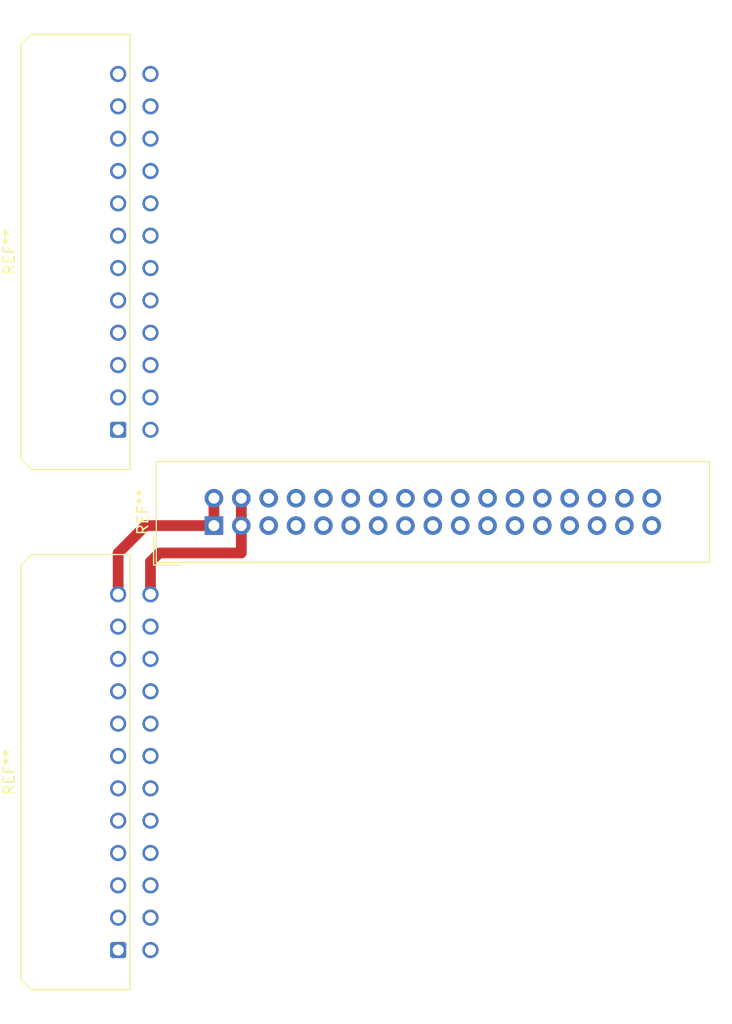
<source format=kicad_pcb>
(kicad_pcb (version 20171130) (host pcbnew "(5.1.4)-1")

  (general
    (thickness 1.6)
    (drawings 0)
    (tracks 9)
    (zones 0)
    (modules 3)
    (nets 1)
  )

  (page A4)
  (layers
    (0 F.Cu signal)
    (31 B.Cu signal)
    (32 B.Adhes user)
    (33 F.Adhes user)
    (34 B.Paste user)
    (35 F.Paste user)
    (36 B.SilkS user)
    (37 F.SilkS user)
    (38 B.Mask user)
    (39 F.Mask user)
    (40 Dwgs.User user)
    (41 Cmts.User user)
    (42 Eco1.User user)
    (43 Eco2.User user)
    (44 Edge.Cuts user)
    (45 Margin user)
    (46 B.CrtYd user)
    (47 F.CrtYd user)
    (48 B.Fab user)
    (49 F.Fab user)
  )

  (setup
    (last_trace_width 1)
    (user_trace_width 0.2)
    (user_trace_width 0.4)
    (user_trace_width 0.6)
    (user_trace_width 1)
    (user_trace_width 1.3)
    (user_trace_width 1.5)
    (trace_clearance 0.2)
    (zone_clearance 0.508)
    (zone_45_only no)
    (trace_min 0.2)
    (via_size 0.8)
    (via_drill 0.4)
    (via_min_size 0.4)
    (via_min_drill 0.3)
    (uvia_size 0.3)
    (uvia_drill 0.1)
    (uvias_allowed no)
    (uvia_min_size 0.2)
    (uvia_min_drill 0.1)
    (edge_width 0.05)
    (segment_width 0.2)
    (pcb_text_width 0.3)
    (pcb_text_size 1.5 1.5)
    (mod_edge_width 0.12)
    (mod_text_size 1 1)
    (mod_text_width 0.15)
    (pad_size 1.524 1.524)
    (pad_drill 0.762)
    (pad_to_mask_clearance 0.051)
    (solder_mask_min_width 0.25)
    (aux_axis_origin 0 0)
    (visible_elements FFFFFF7F)
    (pcbplotparams
      (layerselection 0x010fc_ffffffff)
      (usegerberextensions false)
      (usegerberattributes false)
      (usegerberadvancedattributes false)
      (creategerberjobfile false)
      (excludeedgelayer true)
      (linewidth 0.100000)
      (plotframeref false)
      (viasonmask false)
      (mode 1)
      (useauxorigin false)
      (hpglpennumber 1)
      (hpglpenspeed 20)
      (hpglpendiameter 15.000000)
      (psnegative false)
      (psa4output false)
      (plotreference true)
      (plotvalue true)
      (plotinvisibletext false)
      (padsonsilk false)
      (subtractmaskfromsilk false)
      (outputformat 1)
      (mirror false)
      (drillshape 1)
      (scaleselection 1)
      (outputdirectory ""))
  )

  (net 0 "")

  (net_class Default "This is the default net class."
    (clearance 0.2)
    (trace_width 0.25)
    (via_dia 0.8)
    (via_drill 0.4)
    (uvia_dia 0.3)
    (uvia_drill 0.1)
  )

  (module Connector_IDC:IDC-Header_2x17_P2.54mm_Vertical (layer F.Cu) (tedit 59DE1241) (tstamp 5EF9AE9D)
    (at 67.31 86.36 90)
    (descr "Through hole straight IDC box header, 2x17, 2.54mm pitch, double rows")
    (tags "Through hole IDC box header THT 2x17 2.54mm double row")
    (fp_text reference REF** (at 1.27 -6.604 90) (layer F.SilkS)
      (effects (font (size 1 1) (thickness 0.15)))
    )
    (fp_text value IDC-Header_2x17_P2.54mm_Vertical (at 1.27 47.244 90) (layer F.Fab)
      (effects (font (size 1 1) (thickness 0.15)))
    )
    (fp_line (start -3.655 -5.6) (end -1.115 -5.6) (layer F.SilkS) (width 0.12))
    (fp_line (start -3.655 -5.6) (end -3.655 -3.06) (layer F.SilkS) (width 0.12))
    (fp_line (start -3.405 -5.35) (end 5.945 -5.35) (layer F.SilkS) (width 0.12))
    (fp_line (start -3.405 45.99) (end -3.405 -5.35) (layer F.SilkS) (width 0.12))
    (fp_line (start 5.945 45.99) (end -3.405 45.99) (layer F.SilkS) (width 0.12))
    (fp_line (start 5.945 -5.35) (end 5.945 45.99) (layer F.SilkS) (width 0.12))
    (fp_line (start -3.41 -5.35) (end 5.95 -5.35) (layer F.CrtYd) (width 0.05))
    (fp_line (start -3.41 45.99) (end -3.41 -5.35) (layer F.CrtYd) (width 0.05))
    (fp_line (start 5.95 45.99) (end -3.41 45.99) (layer F.CrtYd) (width 0.05))
    (fp_line (start 5.95 -5.35) (end 5.95 45.99) (layer F.CrtYd) (width 0.05))
    (fp_line (start -3.155 45.74) (end -2.605 45.18) (layer F.Fab) (width 0.1))
    (fp_line (start -3.155 -5.1) (end -2.605 -4.56) (layer F.Fab) (width 0.1))
    (fp_line (start 5.695 45.74) (end 5.145 45.18) (layer F.Fab) (width 0.1))
    (fp_line (start 5.695 -5.1) (end 5.145 -4.56) (layer F.Fab) (width 0.1))
    (fp_line (start 5.145 45.18) (end -2.605 45.18) (layer F.Fab) (width 0.1))
    (fp_line (start 5.695 45.74) (end -3.155 45.74) (layer F.Fab) (width 0.1))
    (fp_line (start 5.145 -4.56) (end -2.605 -4.56) (layer F.Fab) (width 0.1))
    (fp_line (start 5.695 -5.1) (end -3.155 -5.1) (layer F.Fab) (width 0.1))
    (fp_line (start -2.605 22.57) (end -3.155 22.57) (layer F.Fab) (width 0.1))
    (fp_line (start -2.605 18.07) (end -3.155 18.07) (layer F.Fab) (width 0.1))
    (fp_line (start -2.605 22.57) (end -2.605 45.18) (layer F.Fab) (width 0.1))
    (fp_line (start -2.605 -4.56) (end -2.605 18.07) (layer F.Fab) (width 0.1))
    (fp_line (start -3.155 -5.1) (end -3.155 45.74) (layer F.Fab) (width 0.1))
    (fp_line (start 5.145 -4.56) (end 5.145 45.18) (layer F.Fab) (width 0.1))
    (fp_line (start 5.695 -5.1) (end 5.695 45.74) (layer F.Fab) (width 0.1))
    (fp_text user %R (at 1.27 20.32 90) (layer F.Fab)
      (effects (font (size 1 1) (thickness 0.15)))
    )
    (pad 34 thru_hole oval (at 2.54 40.64 90) (size 1.7272 1.7272) (drill 1.016) (layers *.Cu *.Mask))
    (pad 33 thru_hole oval (at 0 40.64 90) (size 1.7272 1.7272) (drill 1.016) (layers *.Cu *.Mask))
    (pad 32 thru_hole oval (at 2.54 38.1 90) (size 1.7272 1.7272) (drill 1.016) (layers *.Cu *.Mask))
    (pad 31 thru_hole oval (at 0 38.1 90) (size 1.7272 1.7272) (drill 1.016) (layers *.Cu *.Mask))
    (pad 30 thru_hole oval (at 2.54 35.56 90) (size 1.7272 1.7272) (drill 1.016) (layers *.Cu *.Mask))
    (pad 29 thru_hole oval (at 0 35.56 90) (size 1.7272 1.7272) (drill 1.016) (layers *.Cu *.Mask))
    (pad 28 thru_hole oval (at 2.54 33.02 90) (size 1.7272 1.7272) (drill 1.016) (layers *.Cu *.Mask))
    (pad 27 thru_hole oval (at 0 33.02 90) (size 1.7272 1.7272) (drill 1.016) (layers *.Cu *.Mask))
    (pad 26 thru_hole oval (at 2.54 30.48 90) (size 1.7272 1.7272) (drill 1.016) (layers *.Cu *.Mask))
    (pad 25 thru_hole oval (at 0 30.48 90) (size 1.7272 1.7272) (drill 1.016) (layers *.Cu *.Mask))
    (pad 24 thru_hole oval (at 2.54 27.94 90) (size 1.7272 1.7272) (drill 1.016) (layers *.Cu *.Mask))
    (pad 23 thru_hole oval (at 0 27.94 90) (size 1.7272 1.7272) (drill 1.016) (layers *.Cu *.Mask))
    (pad 22 thru_hole oval (at 2.54 25.4 90) (size 1.7272 1.7272) (drill 1.016) (layers *.Cu *.Mask))
    (pad 21 thru_hole oval (at 0 25.4 90) (size 1.7272 1.7272) (drill 1.016) (layers *.Cu *.Mask))
    (pad 20 thru_hole oval (at 2.54 22.86 90) (size 1.7272 1.7272) (drill 1.016) (layers *.Cu *.Mask))
    (pad 19 thru_hole oval (at 0 22.86 90) (size 1.7272 1.7272) (drill 1.016) (layers *.Cu *.Mask))
    (pad 18 thru_hole oval (at 2.54 20.32 90) (size 1.7272 1.7272) (drill 1.016) (layers *.Cu *.Mask))
    (pad 17 thru_hole oval (at 0 20.32 90) (size 1.7272 1.7272) (drill 1.016) (layers *.Cu *.Mask))
    (pad 16 thru_hole oval (at 2.54 17.78 90) (size 1.7272 1.7272) (drill 1.016) (layers *.Cu *.Mask))
    (pad 15 thru_hole oval (at 0 17.78 90) (size 1.7272 1.7272) (drill 1.016) (layers *.Cu *.Mask))
    (pad 14 thru_hole oval (at 2.54 15.24 90) (size 1.7272 1.7272) (drill 1.016) (layers *.Cu *.Mask))
    (pad 13 thru_hole oval (at 0 15.24 90) (size 1.7272 1.7272) (drill 1.016) (layers *.Cu *.Mask))
    (pad 12 thru_hole oval (at 2.54 12.7 90) (size 1.7272 1.7272) (drill 1.016) (layers *.Cu *.Mask))
    (pad 11 thru_hole oval (at 0 12.7 90) (size 1.7272 1.7272) (drill 1.016) (layers *.Cu *.Mask))
    (pad 10 thru_hole oval (at 2.54 10.16 90) (size 1.7272 1.7272) (drill 1.016) (layers *.Cu *.Mask))
    (pad 9 thru_hole oval (at 0 10.16 90) (size 1.7272 1.7272) (drill 1.016) (layers *.Cu *.Mask))
    (pad 8 thru_hole oval (at 2.54 7.62 90) (size 1.7272 1.7272) (drill 1.016) (layers *.Cu *.Mask))
    (pad 7 thru_hole oval (at 0 7.62 90) (size 1.7272 1.7272) (drill 1.016) (layers *.Cu *.Mask))
    (pad 6 thru_hole oval (at 2.54 5.08 90) (size 1.7272 1.7272) (drill 1.016) (layers *.Cu *.Mask))
    (pad 5 thru_hole oval (at 0 5.08 90) (size 1.7272 1.7272) (drill 1.016) (layers *.Cu *.Mask))
    (pad 4 thru_hole oval (at 2.54 2.54 90) (size 1.7272 1.7272) (drill 1.016) (layers *.Cu *.Mask))
    (pad 3 thru_hole oval (at 0 2.54 90) (size 1.7272 1.7272) (drill 1.016) (layers *.Cu *.Mask))
    (pad 2 thru_hole oval (at 2.54 0 90) (size 1.7272 1.7272) (drill 1.016) (layers *.Cu *.Mask))
    (pad 1 thru_hole rect (at 0 0 90) (size 1.7272 1.7272) (drill 1.016) (layers *.Cu *.Mask))
    (model ${KISYS3DMOD}/Connector_IDC.3dshapes/IDC-Header_2x17_P2.54mm_Vertical.wrl
      (at (xyz 0 0 0))
      (scale (xyz 1 1 1))
      (rotate (xyz 0 0 0))
    )
  )

  (module Connector_Molex:Molex_Micro-Fit_3.0_43045-2400_2x12_P3.00mm_Horizontal (layer F.Cu) (tedit 5B799D96) (tstamp 5EF9AA10)
    (at 58.42 125.73 90)
    (descr "Molex Micro-Fit 3.0 Connector System, 43045-2400 (compatible alternatives: 43045-2401, 43045-2402), 12 Pins per row (https://www.molex.com/pdm_docs/sd/430450200_sd.pdf), generated with kicad-footprint-generator")
    (tags "connector Molex Micro-Fit_3.0 top entry")
    (fp_text reference REF** (at 16.5 -10.12 90) (layer F.SilkS)
      (effects (font (size 1 1) (thickness 0.15)))
    )
    (fp_text value Molex_Micro-Fit_3.0_43045-2400_2x12_P3.00mm_Horizontal (at 16.5 5.7 90) (layer F.Fab)
      (effects (font (size 1 1) (thickness 0.15)))
    )
    (fp_line (start -3.575 0.99) (end -3.575 -7.92) (layer F.Fab) (width 0.1))
    (fp_line (start -3.575 -7.92) (end -2.575 -8.92) (layer F.Fab) (width 0.1))
    (fp_line (start -2.575 -8.92) (end 35.575 -8.92) (layer F.Fab) (width 0.1))
    (fp_line (start 35.575 -8.92) (end 36.575 -7.92) (layer F.Fab) (width 0.1))
    (fp_line (start 36.575 -7.92) (end 36.575 0.99) (layer F.Fab) (width 0.1))
    (fp_line (start 36.575 0.99) (end -3.575 0.99) (layer F.Fab) (width 0.1))
    (fp_line (start -0.75 0.99) (end 0 0) (layer F.Fab) (width 0.1))
    (fp_line (start 0 0) (end 0.75 0.99) (layer F.Fab) (width 0.1))
    (fp_line (start -3.685 1.1) (end -3.685 -8.03) (layer F.SilkS) (width 0.12))
    (fp_line (start -3.685 -8.03) (end -2.685 -9.03) (layer F.SilkS) (width 0.12))
    (fp_line (start -2.685 -9.03) (end 35.685 -9.03) (layer F.SilkS) (width 0.12))
    (fp_line (start 35.685 -9.03) (end 36.685 -8.03) (layer F.SilkS) (width 0.12))
    (fp_line (start 36.685 -8.03) (end 36.685 1.1) (layer F.SilkS) (width 0.12))
    (fp_line (start 36.685 1.1) (end -3.685 1.1) (layer F.SilkS) (width 0.12))
    (fp_line (start -4.08 1.49) (end -4.08 -9.42) (layer F.CrtYd) (width 0.05))
    (fp_line (start -4.08 -9.42) (end 37.07 -9.42) (layer F.CrtYd) (width 0.05))
    (fp_line (start 37.07 -9.42) (end 37.07 1.49) (layer F.CrtYd) (width 0.05))
    (fp_line (start 37.07 1.49) (end 34.25 1.49) (layer F.CrtYd) (width 0.05))
    (fp_line (start 34.25 1.49) (end 34.25 4.25) (layer F.CrtYd) (width 0.05))
    (fp_line (start 34.25 4.25) (end -1.25 4.25) (layer F.CrtYd) (width 0.05))
    (fp_line (start -1.25 4.25) (end -1.25 1.49) (layer F.CrtYd) (width 0.05))
    (fp_line (start -1.25 1.49) (end -4.08 1.49) (layer F.CrtYd) (width 0.05))
    (fp_text user %R (at 16.5 -8.22 90) (layer F.Fab)
      (effects (font (size 1 1) (thickness 0.15)))
    )
    (pad "" np_thru_hole circle (at 2.14 -4.32 90) (size 3 3) (drill 3) (layers *.Cu *.Mask))
    (pad "" np_thru_hole circle (at 30.84 -4.32 90) (size 3 3) (drill 3) (layers *.Cu *.Mask))
    (pad 1 thru_hole roundrect (at 0 0 90) (size 1.5 1.5) (drill 1.02) (layers *.Cu *.Mask) (roundrect_rratio 0.166667))
    (pad 2 thru_hole circle (at 3 0 90) (size 1.5 1.5) (drill 1.02) (layers *.Cu *.Mask))
    (pad 3 thru_hole circle (at 6 0 90) (size 1.5 1.5) (drill 1.02) (layers *.Cu *.Mask))
    (pad 4 thru_hole circle (at 9 0 90) (size 1.5 1.5) (drill 1.02) (layers *.Cu *.Mask))
    (pad 5 thru_hole circle (at 12 0 90) (size 1.5 1.5) (drill 1.02) (layers *.Cu *.Mask))
    (pad 6 thru_hole circle (at 15 0 90) (size 1.5 1.5) (drill 1.02) (layers *.Cu *.Mask))
    (pad 7 thru_hole circle (at 18 0 90) (size 1.5 1.5) (drill 1.02) (layers *.Cu *.Mask))
    (pad 8 thru_hole circle (at 21 0 90) (size 1.5 1.5) (drill 1.02) (layers *.Cu *.Mask))
    (pad 9 thru_hole circle (at 24 0 90) (size 1.5 1.5) (drill 1.02) (layers *.Cu *.Mask))
    (pad 10 thru_hole circle (at 27 0 90) (size 1.5 1.5) (drill 1.02) (layers *.Cu *.Mask))
    (pad 11 thru_hole circle (at 30 0 90) (size 1.5 1.5) (drill 1.02) (layers *.Cu *.Mask))
    (pad 12 thru_hole circle (at 33 0 90) (size 1.5 1.5) (drill 1.02) (layers *.Cu *.Mask))
    (pad 13 thru_hole circle (at 0 3 90) (size 1.5 1.5) (drill 1.02) (layers *.Cu *.Mask))
    (pad 14 thru_hole circle (at 3 3 90) (size 1.5 1.5) (drill 1.02) (layers *.Cu *.Mask))
    (pad 15 thru_hole circle (at 6 3 90) (size 1.5 1.5) (drill 1.02) (layers *.Cu *.Mask))
    (pad 16 thru_hole circle (at 9 3 90) (size 1.5 1.5) (drill 1.02) (layers *.Cu *.Mask))
    (pad 17 thru_hole circle (at 12 3 90) (size 1.5 1.5) (drill 1.02) (layers *.Cu *.Mask))
    (pad 18 thru_hole circle (at 15 3 90) (size 1.5 1.5) (drill 1.02) (layers *.Cu *.Mask))
    (pad 19 thru_hole circle (at 18 3 90) (size 1.5 1.5) (drill 1.02) (layers *.Cu *.Mask))
    (pad 20 thru_hole circle (at 21 3 90) (size 1.5 1.5) (drill 1.02) (layers *.Cu *.Mask))
    (pad 21 thru_hole circle (at 24 3 90) (size 1.5 1.5) (drill 1.02) (layers *.Cu *.Mask))
    (pad 22 thru_hole circle (at 27 3 90) (size 1.5 1.5) (drill 1.02) (layers *.Cu *.Mask))
    (pad 23 thru_hole circle (at 30 3 90) (size 1.5 1.5) (drill 1.02) (layers *.Cu *.Mask))
    (pad 24 thru_hole circle (at 33 3 90) (size 1.5 1.5) (drill 1.02) (layers *.Cu *.Mask))
    (model ${KISYS3DMOD}/Connector_Molex.3dshapes/Molex_Micro-Fit_3.0_43045-2400_2x12_P3.00mm_Horizontal.wrl
      (at (xyz 0 0 0))
      (scale (xyz 1 1 1))
      (rotate (xyz 0 0 0))
    )
  )

  (module Connector_Molex:Molex_Micro-Fit_3.0_43045-2400_2x12_P3.00mm_Horizontal (layer F.Cu) (tedit 5B799D96) (tstamp 5EF9A89D)
    (at 58.42 77.47 90)
    (descr "Molex Micro-Fit 3.0 Connector System, 43045-2400 (compatible alternatives: 43045-2401, 43045-2402), 12 Pins per row (https://www.molex.com/pdm_docs/sd/430450200_sd.pdf), generated with kicad-footprint-generator")
    (tags "connector Molex Micro-Fit_3.0 top entry")
    (fp_text reference REF** (at 16.5 -10.12 90) (layer F.SilkS)
      (effects (font (size 1 1) (thickness 0.15)))
    )
    (fp_text value Molex_Micro-Fit_3.0_43045-2400_2x12_P3.00mm_Horizontal (at 16.5 5.7 90) (layer F.Fab)
      (effects (font (size 1 1) (thickness 0.15)))
    )
    (fp_line (start -3.575 0.99) (end -3.575 -7.92) (layer F.Fab) (width 0.1))
    (fp_line (start -3.575 -7.92) (end -2.575 -8.92) (layer F.Fab) (width 0.1))
    (fp_line (start -2.575 -8.92) (end 35.575 -8.92) (layer F.Fab) (width 0.1))
    (fp_line (start 35.575 -8.92) (end 36.575 -7.92) (layer F.Fab) (width 0.1))
    (fp_line (start 36.575 -7.92) (end 36.575 0.99) (layer F.Fab) (width 0.1))
    (fp_line (start 36.575 0.99) (end -3.575 0.99) (layer F.Fab) (width 0.1))
    (fp_line (start -0.75 0.99) (end 0 0) (layer F.Fab) (width 0.1))
    (fp_line (start 0 0) (end 0.75 0.99) (layer F.Fab) (width 0.1))
    (fp_line (start -3.685 1.1) (end -3.685 -8.03) (layer F.SilkS) (width 0.12))
    (fp_line (start -3.685 -8.03) (end -2.685 -9.03) (layer F.SilkS) (width 0.12))
    (fp_line (start -2.685 -9.03) (end 35.685 -9.03) (layer F.SilkS) (width 0.12))
    (fp_line (start 35.685 -9.03) (end 36.685 -8.03) (layer F.SilkS) (width 0.12))
    (fp_line (start 36.685 -8.03) (end 36.685 1.1) (layer F.SilkS) (width 0.12))
    (fp_line (start 36.685 1.1) (end -3.685 1.1) (layer F.SilkS) (width 0.12))
    (fp_line (start -4.08 1.49) (end -4.08 -9.42) (layer F.CrtYd) (width 0.05))
    (fp_line (start -4.08 -9.42) (end 37.07 -9.42) (layer F.CrtYd) (width 0.05))
    (fp_line (start 37.07 -9.42) (end 37.07 1.49) (layer F.CrtYd) (width 0.05))
    (fp_line (start 37.07 1.49) (end 34.25 1.49) (layer F.CrtYd) (width 0.05))
    (fp_line (start 34.25 1.49) (end 34.25 4.25) (layer F.CrtYd) (width 0.05))
    (fp_line (start 34.25 4.25) (end -1.25 4.25) (layer F.CrtYd) (width 0.05))
    (fp_line (start -1.25 4.25) (end -1.25 1.49) (layer F.CrtYd) (width 0.05))
    (fp_line (start -1.25 1.49) (end -4.08 1.49) (layer F.CrtYd) (width 0.05))
    (fp_text user %R (at 16.5 -8.22 90) (layer F.Fab)
      (effects (font (size 1 1) (thickness 0.15)))
    )
    (pad "" np_thru_hole circle (at 2.14 -4.32 90) (size 3 3) (drill 3) (layers *.Cu *.Mask))
    (pad "" np_thru_hole circle (at 30.84 -4.32 90) (size 3 3) (drill 3) (layers *.Cu *.Mask))
    (pad 1 thru_hole roundrect (at 0 0 90) (size 1.5 1.5) (drill 1.02) (layers *.Cu *.Mask) (roundrect_rratio 0.166667))
    (pad 2 thru_hole circle (at 3 0 90) (size 1.5 1.5) (drill 1.02) (layers *.Cu *.Mask))
    (pad 3 thru_hole circle (at 6 0 90) (size 1.5 1.5) (drill 1.02) (layers *.Cu *.Mask))
    (pad 4 thru_hole circle (at 9 0 90) (size 1.5 1.5) (drill 1.02) (layers *.Cu *.Mask))
    (pad 5 thru_hole circle (at 12 0 90) (size 1.5 1.5) (drill 1.02) (layers *.Cu *.Mask))
    (pad 6 thru_hole circle (at 15 0 90) (size 1.5 1.5) (drill 1.02) (layers *.Cu *.Mask))
    (pad 7 thru_hole circle (at 18 0 90) (size 1.5 1.5) (drill 1.02) (layers *.Cu *.Mask))
    (pad 8 thru_hole circle (at 21 0 90) (size 1.5 1.5) (drill 1.02) (layers *.Cu *.Mask))
    (pad 9 thru_hole circle (at 24 0 90) (size 1.5 1.5) (drill 1.02) (layers *.Cu *.Mask))
    (pad 10 thru_hole circle (at 27 0 90) (size 1.5 1.5) (drill 1.02) (layers *.Cu *.Mask))
    (pad 11 thru_hole circle (at 30 0 90) (size 1.5 1.5) (drill 1.02) (layers *.Cu *.Mask))
    (pad 12 thru_hole circle (at 33 0 90) (size 1.5 1.5) (drill 1.02) (layers *.Cu *.Mask))
    (pad 13 thru_hole circle (at 0 3 90) (size 1.5 1.5) (drill 1.02) (layers *.Cu *.Mask))
    (pad 14 thru_hole circle (at 3 3 90) (size 1.5 1.5) (drill 1.02) (layers *.Cu *.Mask))
    (pad 15 thru_hole circle (at 6 3 90) (size 1.5 1.5) (drill 1.02) (layers *.Cu *.Mask))
    (pad 16 thru_hole circle (at 9 3 90) (size 1.5 1.5) (drill 1.02) (layers *.Cu *.Mask))
    (pad 17 thru_hole circle (at 12 3 90) (size 1.5 1.5) (drill 1.02) (layers *.Cu *.Mask))
    (pad 18 thru_hole circle (at 15 3 90) (size 1.5 1.5) (drill 1.02) (layers *.Cu *.Mask))
    (pad 19 thru_hole circle (at 18 3 90) (size 1.5 1.5) (drill 1.02) (layers *.Cu *.Mask))
    (pad 20 thru_hole circle (at 21 3 90) (size 1.5 1.5) (drill 1.02) (layers *.Cu *.Mask))
    (pad 21 thru_hole circle (at 24 3 90) (size 1.5 1.5) (drill 1.02) (layers *.Cu *.Mask))
    (pad 22 thru_hole circle (at 27 3 90) (size 1.5 1.5) (drill 1.02) (layers *.Cu *.Mask))
    (pad 23 thru_hole circle (at 30 3 90) (size 1.5 1.5) (drill 1.02) (layers *.Cu *.Mask))
    (pad 24 thru_hole circle (at 33 3 90) (size 1.5 1.5) (drill 1.02) (layers *.Cu *.Mask))
    (model ${KISYS3DMOD}/Connector_Molex.3dshapes/Molex_Micro-Fit_3.0_43045-2400_2x12_P3.00mm_Horizontal.wrl
      (at (xyz 0 0 0))
      (scale (xyz 1 1 1))
      (rotate (xyz 0 0 0))
    )
  )

  (segment (start 67.31 86.36) (end 60.96 86.36) (width 1) (layer F.Cu) (net 0))
  (segment (start 60.96 86.36) (end 58.42 88.9) (width 1) (layer F.Cu) (net 0))
  (segment (start 58.42 88.9) (end 58.42 92.73) (width 1) (layer F.Cu) (net 0))
  (segment (start 67.31 86.36) (end 67.31 83.82) (width 1) (layer F.Cu) (net 0))
  (segment (start 69.85 86.36) (end 69.85 83.82) (width 1) (layer F.Cu) (net 0))
  (segment (start 61.42 89.71) (end 61.42 92.73) (width 1) (layer F.Cu) (net 0))
  (segment (start 62.23 88.9) (end 61.42 89.71) (width 1) (layer F.Cu) (net 0))
  (segment (start 69.85 86.36) (end 69.85 88.9) (width 1) (layer F.Cu) (net 0))
  (segment (start 69.85 88.9) (end 62.23 88.9) (width 1) (layer F.Cu) (net 0))

)

</source>
